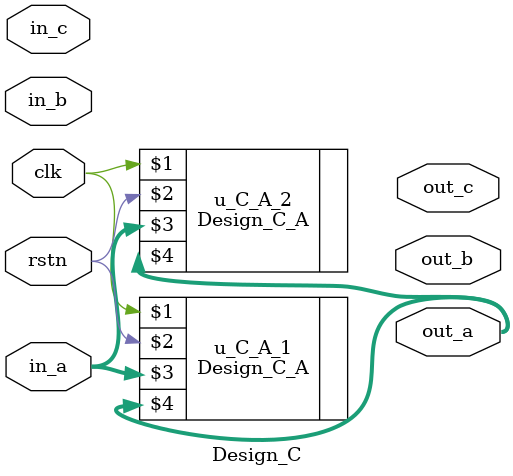
<source format=sv>
module Design_C (
	input clk,
	input rstn,

	input [3:0] in_a,
	input [3:0] in_b,
	input [7:0] in_c,

	output [3:0] out_a,
	output [7:0] out_b,
	output [7:0] out_c,
);

//Instantiation
Design_C_A u_C_A_1(clk, rstn, in_a, out_a);

Design_C_A u_C_A_2(
	clk, rstn, in_a, out_a
	
);

endmodule
</source>
